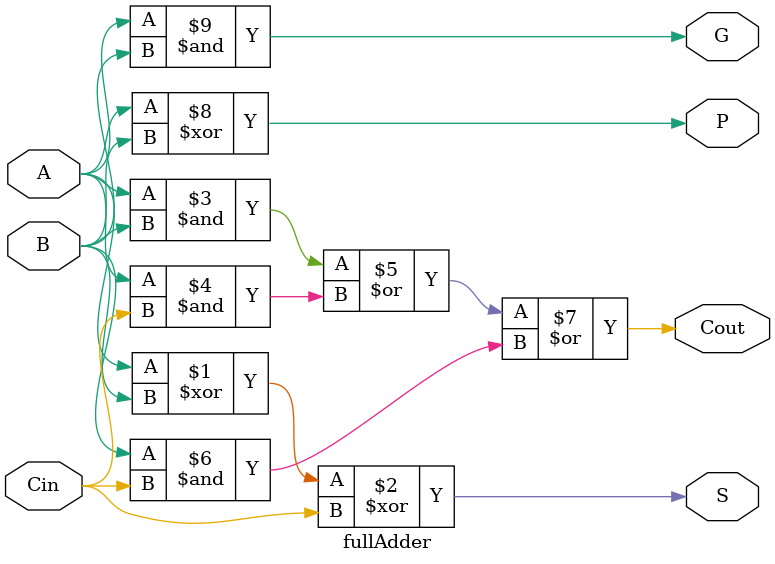
<source format=sv>
module fullAdder
(
	input logic A, B, Cin,
	output logic S, P, G, Cout
);

	assign S = A ^ B ^ Cin;
	assign Cout = (A & B) | (A & Cin) | (B & Cin);
	assign P = A ^ B;
	assign G = A & B;

endmodule

</source>
